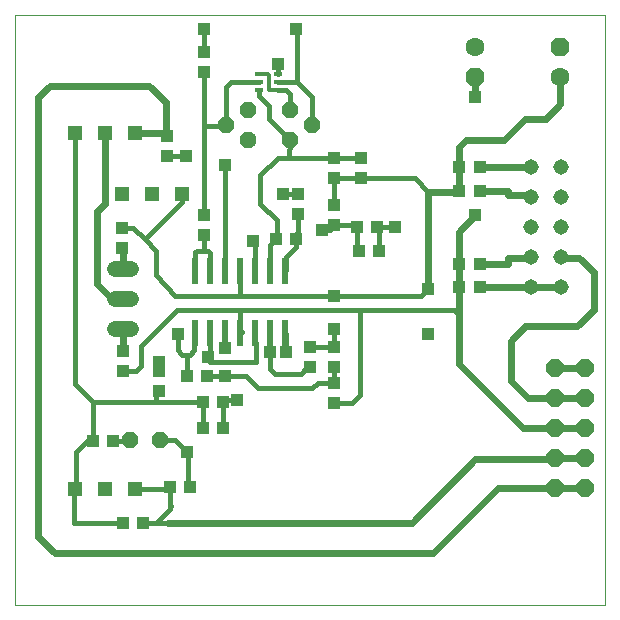
<source format=gtl>
G75*
%MOIN*%
%OFA0B0*%
%FSLAX24Y24*%
%IPPOS*%
%LPD*%
%AMOC8*
5,1,8,0,0,1.08239X$1,22.5*
%
%ADD10C,0.0000*%
%ADD11R,0.0236X0.0866*%
%ADD12R,0.0515X0.0515*%
%ADD13R,0.0315X0.0157*%
%ADD14OC8,0.0520*%
%ADD15R,0.0433X0.0394*%
%ADD16C,0.0520*%
%ADD17R,0.0394X0.0433*%
%ADD18C,0.0515*%
%ADD19OC8,0.0600*%
%ADD20OC8,0.0630*%
%ADD21C,0.0630*%
%ADD22R,0.0396X0.0396*%
%ADD23C,0.0160*%
%ADD24C,0.0120*%
%ADD25C,0.0240*%
D10*
X006378Y006405D02*
X006378Y026090D01*
X026063Y026090D01*
X026063Y006405D01*
X006378Y006405D01*
D11*
X012393Y015492D03*
X012893Y015492D03*
X013393Y015492D03*
X013893Y015492D03*
X014393Y015492D03*
X014893Y015492D03*
X015393Y015492D03*
X015393Y017539D03*
X014893Y017539D03*
X014393Y017539D03*
X013893Y017539D03*
X013393Y017539D03*
X012893Y017539D03*
X012393Y017539D03*
D12*
X011945Y020106D03*
X010945Y020106D03*
X009945Y020106D03*
X010382Y022157D03*
X009382Y022157D03*
X008382Y022157D03*
X008370Y010263D03*
X009370Y010263D03*
X010370Y010263D03*
D13*
X014535Y023590D03*
X014535Y023846D03*
X014535Y024102D03*
X015165Y024102D03*
X015165Y023846D03*
X015165Y023590D03*
D14*
X015547Y022925D03*
X016297Y022425D03*
X015547Y021925D03*
X014165Y021925D03*
X013415Y022425D03*
X014165Y022925D03*
X011208Y011917D03*
X010208Y011917D03*
D15*
X010000Y014220D03*
X010000Y014889D03*
X012657Y013177D03*
X013326Y013177D03*
X016220Y014338D03*
X016220Y015007D03*
X017008Y015007D03*
X017008Y014338D03*
X017008Y013826D03*
X017008Y013157D03*
X021200Y017783D03*
X021870Y017783D03*
X021870Y020224D03*
X021200Y020224D03*
X018445Y019004D03*
X017775Y019004D03*
X017008Y019063D03*
X017008Y019732D03*
X017913Y020637D03*
X017913Y021307D03*
X015826Y020126D03*
X015826Y019456D03*
X015767Y018610D03*
X015098Y018610D03*
X012677Y018748D03*
X012677Y019417D03*
X011460Y021385D03*
X011460Y022055D03*
X012677Y024181D03*
X012677Y024850D03*
X009968Y018984D03*
X009968Y018315D03*
D16*
X009724Y017626D02*
X010244Y017626D01*
X010244Y016626D02*
X009724Y016626D01*
X009724Y015626D02*
X010244Y015626D01*
D17*
X011181Y014220D03*
X011181Y013551D03*
X012106Y014043D03*
X012775Y014043D03*
X012657Y012311D03*
X013326Y012311D03*
X012224Y010342D03*
X011555Y010342D03*
X010649Y009161D03*
X009980Y009161D03*
X009665Y011878D03*
X008996Y011878D03*
X017854Y018216D03*
X018523Y018216D03*
X017008Y020637D03*
X017008Y021307D03*
X021200Y021011D03*
X021870Y021011D03*
X021870Y016996D03*
X021200Y016996D03*
D18*
X023594Y017004D03*
X023594Y018004D03*
X023594Y019004D03*
X023594Y020004D03*
X023594Y021004D03*
X024594Y021004D03*
X024594Y020004D03*
X024594Y019004D03*
X024594Y018004D03*
X024594Y017004D03*
D19*
X024382Y014311D03*
X025382Y014311D03*
X025382Y013311D03*
X025382Y012311D03*
X025382Y011311D03*
X025382Y010311D03*
X024382Y010311D03*
X024382Y011311D03*
X024382Y012311D03*
X024382Y013311D03*
D20*
X021732Y024015D03*
X024567Y025015D03*
D21*
X024567Y024015D03*
X021732Y025015D03*
D22*
X021732Y023334D03*
X021732Y019397D03*
X020157Y016956D03*
X020157Y015460D03*
X017008Y015618D03*
X017008Y016720D03*
X015433Y014830D03*
X014882Y014830D03*
X013385Y014988D03*
X012834Y014673D03*
X013385Y014043D03*
X013779Y013256D03*
X012126Y011523D03*
X011181Y014515D03*
X011811Y015460D03*
X014330Y018531D03*
X015334Y020126D03*
X016614Y018925D03*
X019055Y019004D03*
X014173Y021917D03*
X013385Y021090D03*
X012086Y021366D03*
X015157Y024437D03*
X015748Y025618D03*
X012677Y025618D03*
D23*
X012677Y024850D01*
X012677Y024181D02*
X012677Y022389D01*
X013380Y022389D01*
X013415Y022425D01*
X013415Y023679D01*
X013582Y023846D01*
X014535Y023846D01*
X014535Y023590D02*
X014527Y023582D01*
X014527Y023374D01*
X014842Y023059D01*
X014842Y022626D01*
X015543Y021925D01*
X015547Y021925D01*
X015535Y021307D01*
X015137Y021307D01*
X014567Y020736D01*
X014567Y019791D01*
X015118Y019240D01*
X015118Y018630D01*
X015098Y018610D01*
X015078Y018610D01*
X014882Y018413D01*
X014882Y017551D01*
X014893Y017539D01*
X014393Y017539D02*
X014393Y018468D01*
X014330Y018531D01*
X013893Y017539D02*
X013893Y016763D01*
X013937Y016720D01*
X017008Y016720D01*
X019921Y016720D01*
X020157Y016956D01*
X021023Y016248D02*
X021181Y016090D01*
X021023Y016248D02*
X017874Y016248D01*
X017874Y013413D01*
X017618Y013157D01*
X017008Y013157D01*
X017008Y013826D02*
X016476Y013826D01*
X016299Y013649D01*
X014488Y013649D01*
X014094Y014043D01*
X013385Y014043D01*
X012775Y014043D01*
X012874Y014515D02*
X012913Y014791D01*
X012834Y014673D01*
X012913Y014791D02*
X012874Y014830D01*
X012874Y015472D01*
X012893Y015492D01*
X012393Y015492D02*
X012362Y015460D01*
X012362Y014909D01*
X012204Y014752D01*
X012126Y014752D01*
X012126Y014063D01*
X012106Y014043D01*
X012874Y014515D02*
X014409Y014515D01*
X014409Y015145D01*
X014393Y015161D01*
X014393Y015492D01*
X013937Y015527D02*
X013893Y015492D01*
X013893Y016212D01*
X013858Y016248D01*
X011771Y016248D01*
X010571Y015047D01*
X010571Y014378D01*
X010413Y014220D01*
X010000Y014220D01*
X011181Y014220D02*
X011181Y014515D01*
X011811Y014909D02*
X011968Y014752D01*
X012126Y014752D01*
X011811Y014909D02*
X011811Y015460D01*
X011732Y016720D02*
X013937Y016720D01*
X013858Y016248D02*
X017874Y016248D01*
X017008Y015618D02*
X017008Y015007D01*
X016220Y015007D01*
X016220Y014338D02*
X016122Y014338D01*
X015905Y014122D01*
X015039Y014122D01*
X014882Y014279D01*
X014882Y014830D01*
X014893Y014842D01*
X014893Y015492D01*
X015393Y015492D02*
X015433Y015452D01*
X015433Y014830D01*
X017008Y014338D02*
X017008Y013826D01*
X013779Y013256D02*
X013405Y013256D01*
X013326Y013177D01*
X013326Y012311D01*
X012657Y012311D02*
X012657Y013177D01*
X011102Y013177D01*
X011102Y013472D01*
X011181Y013551D01*
X011102Y013177D02*
X008976Y013177D01*
X008382Y013771D01*
X008382Y022157D01*
X011460Y021385D02*
X012067Y021385D01*
X012086Y021366D01*
X012677Y022389D02*
X012677Y019417D01*
X012677Y018748D02*
X012677Y018216D01*
X012834Y018216D01*
X012893Y018157D01*
X012893Y017539D01*
X012393Y017539D02*
X012393Y018169D01*
X012441Y018216D01*
X012677Y018216D01*
X013385Y017547D02*
X013393Y017539D01*
X013385Y017547D02*
X013385Y021090D01*
X014173Y021917D02*
X014165Y021925D01*
X015535Y021307D02*
X017008Y021307D01*
X017913Y021307D01*
X017913Y020637D02*
X019704Y020637D01*
X020157Y020185D01*
X019055Y019004D02*
X018445Y019004D01*
X018523Y018925D01*
X018523Y018216D01*
X017854Y018216D02*
X017775Y018295D01*
X017775Y019004D01*
X017716Y019063D01*
X017008Y019063D01*
X016870Y018925D01*
X016614Y018925D01*
X015826Y018846D02*
X015826Y019456D01*
X015826Y018846D02*
X015767Y018787D01*
X015767Y018610D01*
X015767Y018354D01*
X015433Y018019D01*
X015433Y017578D01*
X015393Y017539D01*
X013893Y017539D02*
X013858Y017504D01*
X013393Y015492D02*
X013385Y015484D01*
X013385Y014988D01*
X011732Y016720D02*
X011102Y017429D01*
X011102Y018216D01*
X010708Y018610D01*
X011945Y019846D01*
X011945Y020106D01*
X010708Y018610D02*
X010334Y018984D01*
X009968Y018984D01*
X015165Y023590D02*
X015185Y023570D01*
X015433Y023570D01*
X015547Y023456D01*
X015547Y022925D01*
X016297Y023336D02*
X016297Y022425D01*
X016297Y023336D02*
X015787Y023846D01*
X015787Y025578D01*
X015748Y025618D01*
X015157Y024437D02*
X015157Y024110D01*
X015165Y024102D01*
X015165Y023846D02*
X015787Y023846D01*
X017008Y020637D02*
X017913Y020637D01*
X017008Y020637D02*
X017008Y019732D01*
X015826Y020126D02*
X015334Y020126D01*
X008976Y013177D02*
X008976Y011897D01*
X008996Y011878D01*
X008779Y011878D01*
X008425Y011523D01*
X008425Y010319D01*
X008370Y010263D01*
X008346Y010240D01*
X008346Y009161D01*
X009980Y009161D01*
X010649Y009161D02*
X011102Y009161D01*
X011496Y009161D01*
X011102Y009161D02*
X011555Y009614D01*
X011555Y010342D01*
X011555Y009732D01*
X011574Y009712D01*
X011476Y010263D02*
X011555Y010342D01*
X011476Y010263D02*
X010370Y010263D01*
X010169Y011878D02*
X009665Y011878D01*
X010169Y011878D02*
X010208Y011917D01*
X011208Y011917D02*
X011732Y011917D01*
X012126Y011523D01*
X012165Y011484D01*
X012165Y010401D01*
X012224Y010342D01*
D24*
X014862Y023590D02*
X014842Y023610D01*
X014842Y024082D01*
X014803Y024122D01*
X014555Y024122D01*
X014535Y024102D01*
X014862Y023590D02*
X015165Y023590D01*
D25*
X011417Y023177D02*
X011417Y022098D01*
X011460Y022055D01*
X011240Y022157D01*
X010382Y022157D01*
X009382Y022157D02*
X009370Y022145D01*
X009370Y019791D01*
X009134Y019555D01*
X009134Y017114D01*
X009622Y016626D01*
X009984Y016626D01*
X009984Y017626D02*
X009984Y018299D01*
X009968Y018315D01*
X009984Y015626D02*
X009984Y014905D01*
X010000Y014889D01*
X011496Y009161D02*
X019606Y009161D01*
X021732Y011287D01*
X024358Y011287D01*
X024382Y011311D01*
X025382Y011311D01*
X025382Y012311D02*
X024382Y012311D01*
X023307Y012311D01*
X021181Y014437D01*
X021181Y016090D01*
X021181Y016976D01*
X021200Y016996D01*
X021200Y017783D01*
X021181Y018846D01*
X021732Y019397D01*
X021870Y020224D02*
X022834Y020224D01*
X022834Y020067D01*
X023594Y020067D01*
X023594Y020004D01*
X023594Y021004D02*
X023594Y021011D01*
X021870Y021011D01*
X021200Y021011D02*
X021200Y020224D01*
X021161Y020185D01*
X020157Y020185D01*
X020157Y016956D01*
X021870Y016996D02*
X023594Y016996D01*
X023594Y017004D01*
X024594Y017004D01*
X024618Y017980D02*
X024594Y018004D01*
X024618Y017980D02*
X025197Y017980D01*
X025669Y017507D01*
X025669Y016248D01*
X025118Y015696D01*
X023385Y015696D01*
X022913Y015224D01*
X022913Y013885D01*
X023488Y013311D01*
X024382Y013311D01*
X025382Y013311D01*
X025382Y014311D02*
X024382Y014311D01*
X022834Y017783D02*
X021870Y017783D01*
X022834Y017783D02*
X022834Y017980D01*
X023594Y017980D01*
X023594Y018004D01*
X021200Y021011D02*
X021181Y021011D01*
X021181Y021681D01*
X021417Y021917D01*
X022677Y021917D01*
X023385Y022626D01*
X024094Y022626D01*
X024567Y023098D01*
X024567Y024015D01*
X021732Y024015D02*
X021732Y023334D01*
X011417Y023177D02*
X010866Y023728D01*
X007559Y023728D01*
X007165Y023334D01*
X007165Y008689D01*
X007716Y008137D01*
X020315Y008137D01*
X022488Y010311D01*
X024382Y010311D01*
X025382Y010311D01*
M02*

</source>
